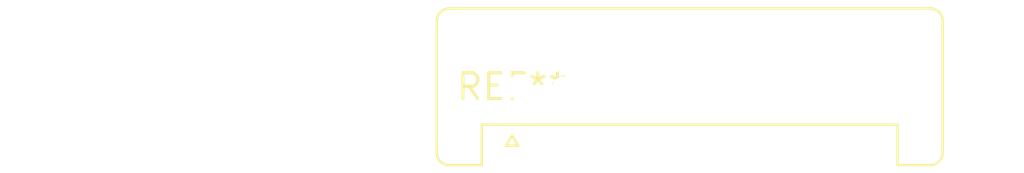
<source format=kicad_pcb>
(kicad_pcb (version 20240108) (generator pcbnew)
  (layers (0 "F.Cu" signal) (31 "B.Cu" signal) (34 "B.Paste" user) (35 "F.Paste" user) (36 "B.SilkS" user "B.Silkscreen") (37 "F.SilkS" user "F.Silkscreen") (38 "B.Mask" user) (39 "F.Mask" user) (44 "Edge.Cuts" user))
  (net 0 "")
  (footprint "Stocko_MKS_1658-6-0-808_1x8_P2.50mm_Vertical" (layer "F.Cu") (at 0 0)
    (property "Reference" "REF**")
    (property "Value" "Stocko_MKS_1658-6-0-808_1x8_P2.50mm_Vertical")
    (fp_line (start -3.71 -3.25) (end -3.71 3.25) (layer "F.SilkS") (stroke (width 0.12)))
    (fp_line (start -3.1 -3.86) (end 20.6 -3.86) (layer "F.SilkS") (stroke (width 0.12)))
    (fp_line (start -3.1 3.86) (end -1.49 3.86) (layer "F.SilkS") (stroke (width 0.12)))
    (fp_line (start -1.49 1.86) (end 18.99 1.86) (layer "F.SilkS") (stroke (width 0.12)))
    (fp_line (start -1.49 3.86) (end -1.49 1.86) (layer "F.SilkS") (stroke (width 0.12)))
    (fp_line (start -0.3 2.9) (end 0.3 2.9) (layer "F.SilkS") (stroke (width 0.12)))
    (fp_line (start 0 2.4) (end -0.3 2.9) (layer "F.SilkS") (stroke (width 0.12)))
    (fp_line (start 0.3 2.9) (end 0 2.4) (layer "F.SilkS") (stroke (width 0.12)))
    (fp_line (start 18.99 3.86) (end 18.99 1.86) (layer "F.SilkS") (stroke (width 0.12)))
    (fp_line (start 20.6 3.86) (end 18.99 3.86) (layer "F.SilkS") (stroke (width 0.12)))
    (fp_line (start 21.21 -3.25) (end 21.21 3.25) (layer "F.SilkS") (stroke (width 0.12)))
    (fp_arc (start -3.71 -3.25) (mid -3.531335 -3.681335) (end -3.1 -3.86) (layer "F.SilkS") (stroke (width 0.12)))
    (fp_arc (start -3.1 3.86) (mid -3.531335 3.681335) (end -3.71 3.25) (layer "F.SilkS") (stroke (width 0.12)))
    (fp_arc (start 20.6 -3.86) (mid 21.031335 -3.681335) (end 21.21 -3.25) (layer "F.SilkS") (stroke (width 0.12)))
    (fp_arc (start 21.21 3.25) (mid 21.031335 3.681335) (end 20.6 3.86) (layer "F.SilkS") (stroke (width 0.12)))
    (pad "1" thru_hole roundrect (at 0 0) (size 1.5 2) (drill 1) (layers *.Cu *.Mask) (remove_unused_layers))
    (pad "2" thru_hole oval (at 2.5 0) (size 1.5 2) (drill 1) (layers *.Cu *.Mask) (remove_unused_layers))
    (pad "3" thru_hole oval (at 5 0) (size 1.5 2) (drill 1) (layers *.Cu *.Mask) (remove_unused_layers))
    (pad "4" thru_hole oval (at 7.5 0) (size 1.5 2) (drill 1) (layers *.Cu *.Mask) (remove_unused_layers))
    (pad "5" thru_hole oval (at 10 0) (size 1.5 2) (drill 1) (layers *.Cu *.Mask) (remove_unused_layers))
    (pad "6" thru_hole oval (at 12.5 0) (size 1.5 2) (drill 1) (layers *.Cu *.Mask) (remove_unused_layers))
    (pad "7" thru_hole oval (at 15 0) (size 1.5 2) (drill 1) (layers *.Cu *.Mask) (remove_unused_layers))
    (pad "8" thru_hole oval (at 17.5 0) (size 1.5 2) (drill 1) (layers *.Cu *.Mask) (remove_unused_layers))
  )
)
</source>
